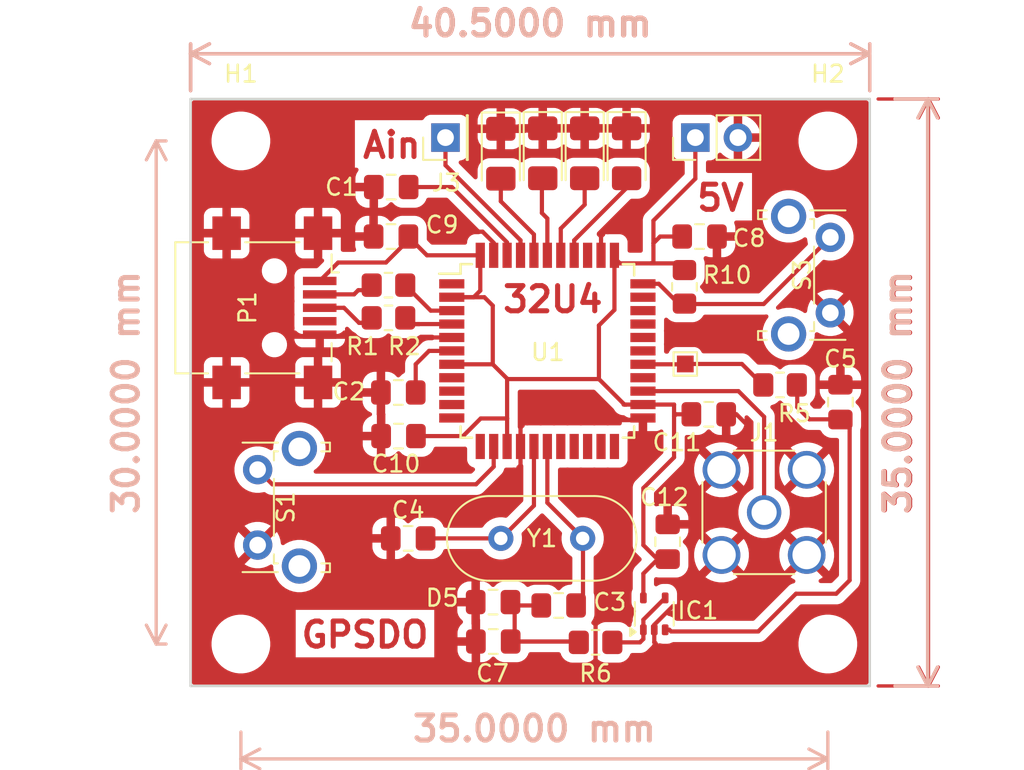
<source format=kicad_pcb>
(kicad_pcb (version 20241229) (generator "pcbnew") (generator_version "9.0")
  (title_block (title "Atmega32U4 GPS") (date "2025-04-06") (rev "v1") (company "L3 EEA"))
  (layers (0 "F.Cu" signal) (2 "B.Cu" signal) (13 "F.Paste" user) (15 "B.Paste" user) (5 "F.SilkS" user "F.Silkscreen") (7 "B.SilkS" user "B.Silkscreen") (1 "F.Mask" user) (3 "B.Mask" user) (25 "Edge.Cuts" user))
  (net 0 "")
  (net 1 "Net-(U1-AREF)")
  (net 2 "GND")
  (net 3 "Net-(U1-UCAP)")
  (net 4 "Net-(D5-K)")
  (net 5 "Net-(U1-XTAL1)")
  (net 6 "Net-(U1-XTAL2)")
  (net 7 "Net-(IC1-+)")
  (net 8 "5v")
  (net 9 "Net-(D7-A)")
  (net 10 "Net-(D8-A)")
  (net 11 "Net-(D9-A)")
  (net 12 "Net-(D10-A)")
  (net 13 "Net-(IC1--)")
  (net 14 "Net-(J1-In)")
  (net 15 "Net-(J3-Pin_1)")
  (net 16 "Net-(P1-D+)")
  (net 17 "Net-(P1-D-)")
  (net 19 "Net-(U1-D+)")
  (net 20 "Net-(U1-D-)")
  (net 21 "Net-(U1-PD7)")
  (net 22 "Net-(S3-A)")
  (net 23 "Net-(S1-B)")
  (footprint "Package_QFP:TQFP-44_10x10mm_P0.8mm" (layer "F.Cu") (at 199.825 123.12)
    (property "Reference" "U1" (at 0.025 0.08 0) (layer "F.SilkS"))
    (property "Value" "ATmega32U4-A")
    (fp_line (start -5.175 -5.175) (end -5.175 -4.6) (stroke (width 0.15)) (layer "F.SilkS"))
    (fp_line (start -5.175 -5.175) (end -4.5 -5.175) (stroke (width 0.15)) (layer "F.SilkS"))
    (fp_line (start -5.175 -4.6) (end -6.45 -4.6) (stroke (width 0.15)) (layer "F.SilkS"))
    (fp_line (start -5.175 5.175) (end -5.175 4.5) (stroke (width 0.15)) (layer "F.SilkS"))
    (fp_line (start -5.175 5.175) (end -4.5 5.175) (stroke (width 0.15)) (layer "F.SilkS"))
    (fp_line (start 5.175 -5.175) (end 4.5 -5.175) (stroke (width 0.15)) (layer "F.SilkS"))
    (fp_line (start 5.175 -5.175) (end 5.175 -4.5) (stroke (width 0.15)) (layer "F.SilkS"))
    (fp_line (start 5.175 5.175) (end 4.5 5.175) (stroke (width 0.15)) (layer "F.SilkS"))
    (fp_line (start 5.175 5.175) (end 5.175 4.5) (stroke (width 0.15)) (layer "F.SilkS"))
    (pad "1" smd rect (at -5.7 -4) (size 1.5 0.55) (layers "F.Cu" "F.Mask" "F.Paste"))
    (pad "2" smd rect (at -5.7 -3.2) (size 1.5 0.55) (layers "F.Cu" "F.Mask" "F.Paste") (net 8 "5v"))
    (pad "3" smd rect (at -5.7 -2.4) (size 1.5 0.55) (layers "F.Cu" "F.Mask" "F.Paste") (net 20 "Net-(U1-D-)"))
    (pad "4" smd rect (at -5.7 -1.6) (size 1.5 0.55) (layers "F.Cu" "F.Mask" "F.Paste") (net 19 "Net-(U1-D+)"))
    (pad "5" smd rect (at -5.7 -0.8) (size 1.5 0.55) (layers "F.Cu" "F.Mask" "F.Paste") (net 2 "GND"))
    (pad "6" smd rect (at -5.7 0) (size 1.5 0.55) (layers "F.Cu" "F.Mask" "F.Paste") (net 3 "Net-(U1-UCAP)"))
    (pad "7" smd rect (at -5.7 0.8) (size 1.5 0.55) (layers "F.Cu" "F.Mask" "F.Paste") (net 8 "5v"))
    (pad "8" smd rect (at -5.7 1.6) (size 1.5 0.55) (layers "F.Cu" "F.Mask" "F.Paste"))
    (pad "9" smd rect (at -5.7 2.4) (size 1.5 0.55) (layers "F.Cu" "F.Mask" "F.Paste"))
    (pad "10" smd rect (at -5.7 3.2) (size 1.5 0.55) (layers "F.Cu" "F.Mask" "F.Paste"))
    (pad "11" smd rect (at -5.7 4) (size 1.5 0.55) (layers "F.Cu" "F.Mask" "F.Paste"))
    (pad "12" smd rect (at -4 5.7 90) (size 1.5 0.55) (layers "F.Cu" "F.Mask" "F.Paste"))
    (pad "13" smd rect (at -3.2 5.7 90) (size 1.5 0.55) (layers "F.Cu" "F.Mask" "F.Paste") (net 23 "Net-(S1-B)"))
    (pad "14" smd rect (at -2.4 5.7 90) (size 1.5 0.55) (layers "F.Cu" "F.Mask" "F.Paste") (net 8 "5v"))
    (pad "15" smd rect (at -1.6 5.7 90) (size 1.5 0.55) (layers "F.Cu" "F.Mask" "F.Paste") (net 2 "GND"))
    (pad "16" smd rect (at -0.8 5.7 90) (size 1.5 0.55) (layers "F.Cu" "F.Mask" "F.Paste") (net 6 "Net-(U1-XTAL2)"))
    (pad "17" smd rect (at 0 5.7 90) (size 1.5 0.55) (layers "F.Cu" "F.Mask" "F.Paste") (net 5 "Net-(U1-XTAL1)"))
    (pad "18" smd rect (at 0.8 5.7 90) (size 1.5 0.55) (layers "F.Cu" "F.Mask" "F.Paste"))
    (pad "19" smd rect (at 1.6 5.7 90) (size 1.5 0.55) (layers "F.Cu" "F.Mask" "F.Paste"))
    (pad "20" smd rect (at 2.4 5.7 90) (size 1.5 0.55) (layers "F.Cu" "F.Mask" "F.Paste"))
    (pad "21" smd rect (at 3.2 5.7 90) (size 1.5 0.55) (layers "F.Cu" "F.Mask" "F.Paste"))
    (pad "22" smd rect (at 4 5.7 90) (size 1.5 0.55) (layers "F.Cu" "F.Mask" "F.Paste"))
    (pad "23" smd rect (at 5.7 4) (size 1.5 0.55) (layers "F.Cu" "F.Mask" "F.Paste") (net 2 "GND"))
    (pad "24" smd rect (at 5.7 3.2) (size 1.5 0.55) (layers "F.Cu" "F.Mask" "F.Paste") (net 8 "5v"))
    (pad "25" smd rect (at 5.7 2.4) (size 1.5 0.55) (layers "F.Cu" "F.Mask" "F.Paste") (net 14 "Net-(J1-In)"))
    (pad "26" smd rect (at 5.7 1.6) (size 1.5 0.55) (layers "F.Cu" "F.Mask" "F.Paste"))
    (pad "27" smd rect (at 5.7 0.8) (size 1.5 0.55) (layers "F.Cu" "F.Mask" "F.Paste") (net 21 "Net-(U1-PD7)"))
    (pad "28" smd rect (at 5.7 0) (size 1.5 0.55) (layers "F.Cu" "F.Mask" "F.Paste"))
    (pad "29" smd rect (at 5.7 -0.8) (size 1.5 0.55) (layers "F.Cu" "F.Mask" "F.Paste"))
    (pad "30" smd rect (at 5.7 -1.6) (size 1.5 0.55) (layers "F.Cu" "F.Mask" "F.Paste"))
    (pad "31" smd rect (at 5.7 -2.4) (size 1.5 0.55) (layers "F.Cu" "F.Mask" "F.Paste"))
    (pad "32" smd rect (at 5.7 -3.2) (size 1.5 0.55) (layers "F.Cu" "F.Mask" "F.Paste"))
    (pad "33" smd rect (at 5.7 -4) (size 1.5 0.55) (layers "F.Cu" "F.Mask" "F.Paste") (net 22 "Net-(S3-A)"))
    (pad "34" smd rect (at 4 -5.7 90) (size 1.5 0.55) (layers "F.Cu" "F.Mask" "F.Paste") (net 8 "5v"))
    (pad "35" smd rect (at 3.2 -5.7 90) (size 1.5 0.55) (layers "F.Cu" "F.Mask" "F.Paste") (net 2 "GND"))
    (pad "36" smd rect (at 2.4 -5.7 90) (size 1.5 0.55) (layers "F.Cu" "F.Mask" "F.Paste"))
    (pad "37" smd rect (at 1.6 -5.7 90) (size 1.5 0.55) (layers "F.Cu" "F.Mask" "F.Paste") (net 12 "Net-(D10-A)"))
    (pad "38" smd rect (at 0.8 -5.7 90) (size 1.5 0.55) (layers "F.Cu" "F.Mask" "F.Paste") (net 11 "Net-(D9-A)"))
    (pad "39" smd rect (at 0 -5.7 90) (size 1.5 0.55) (layers "F.Cu" "F.Mask" "F.Paste") (net 10 "Net-(D8-A)"))
    (pad "40" smd rect (at -0.8 -5.7 90) (size 1.5 0.55) (layers "F.Cu" "F.Mask" "F.Paste") (net 9 "Net-(D7-A)"))
    (pad "41" smd rect (at -1.6 -5.7 90) (size 1.5 0.55) (layers "F.Cu" "F.Mask" "F.Paste") (net 15 "Net-(J3-Pin_1)"))
    (pad "42" smd rect (at -2.4 -5.7 90) (size 1.5 0.55) (layers "F.Cu" "F.Mask" "F.Paste") (net 1 "Net-(U1-AREF)"))
    (pad "43" smd rect (at -3.2 -5.7 90) (size 1.5 0.55) (layers "F.Cu" "F.Mask" "F.Paste") (net 2 "GND"))
    (pad "44" smd rect (at -4 -5.7 90) (size 1.5 0.55) (layers "F.Cu" "F.Mask" "F.Paste") (net 8 "5v"))
  )
  (footprint "Capacitor_SMD:C_0805_2012Metric_Pad1.18x1.45mm_HandSolder" (layer "F.Cu") (at 190.5125 113.35 180)
    (property "Reference" "C1" (at 2.9625 0 180) (layer "F.SilkS"))
    (property "Value" "1u" (hide yes))
    (fp_line (start -0.261252 0.735) (end 0.261252 0.735) (stroke (width 0.12)) (layer "F.SilkS"))
    (fp_line (start -0.261252 -0.735) (end 0.261252 -0.735) (stroke (width 0.12)) (layer "F.SilkS"))
    (pad "1" smd roundrect (at -1.0375 0 180) (size 1.175 1.45) (layers "F.Cu" "F.Mask" "F.Paste") (roundrect_rratio 0.2127659574) (net 1 "Net-(U1-AREF)"))
    (pad "2" smd roundrect (at 1.0375 0 180) (size 1.175 1.45) (layers "F.Cu" "F.Mask" "F.Paste") (roundrect_rratio 0.2127659574) (net 2 "GND"))
  )
  (footprint "Capacitor_SMD:C_0805_2012Metric_Pad1.18x1.45mm_HandSolder" (layer "F.Cu") (at 190.9375 125.6 180)
    (property "Reference" "C2" (at 2.95 0.05 180) (layer "F.SilkS"))
    (property "Value" "1u" (hide yes))
    (fp_line (start -0.261252 0.735) (end 0.261252 0.735) (stroke (width 0.12)) (layer "F.SilkS"))
    (fp_line (start -0.261252 -0.735) (end 0.261252 -0.735) (stroke (width 0.12)) (layer "F.SilkS"))
    (pad "1" smd roundrect (at -1.0375 0 180) (size 1.175 1.45) (layers "F.Cu" "F.Mask" "F.Paste") (roundrect_rratio 0.2127659574) (net 3 "Net-(U1-UCAP)"))
    (pad "2" smd roundrect (at 1.0375 0 180) (size 1.175 1.45) (layers "F.Cu" "F.Mask" "F.Paste") (roundrect_rratio 0.2127659574) (net 2 "GND"))
  )
  (footprint "Capacitor_SMD:C_0805_2012Metric_Pad1.18x1.45mm_HandSolder" (layer "F.Cu") (at 200.5 138.3)
    (property "Reference" "C3" (at 3.05 -0.2 0) (layer "F.SilkS"))
    (property "Value" "1n" (hide yes))
    (fp_line (start -0.261252 -0.735) (end 0.261252 -0.735) (stroke (width 0.12)) (layer "F.SilkS"))
    (fp_line (start -0.261252 0.735) (end 0.261252 0.735) (stroke (width 0.12)) (layer "F.SilkS"))
    (pad "1" smd roundrect (at -1.0375 0) (size 1.175 1.45) (layers "F.Cu" "F.Mask" "F.Paste") (roundrect_rratio 0.2127659574) (net 4 "Net-(D5-K)"))
    (pad "2" smd roundrect (at 1.0375 0) (size 1.175 1.45) (layers "F.Cu" "F.Mask" "F.Paste") (roundrect_rratio 0.2127659574) (net 5 "Net-(U1-XTAL1)"))
  )
  (footprint "Capacitor_SMD:C_0805_2012Metric_Pad1.18x1.45mm_HandSolder" (layer "F.Cu") (at 191.525 134.3)
    (property "Reference" "C4" (at 0 -1.68 0) (layer "F.SilkS"))
    (property "Value" "12p" (hide yes))
    (fp_line (start -0.261252 -0.735) (end 0.261252 -0.735) (stroke (width 0.12)) (layer "F.SilkS"))
    (fp_line (start -0.261252 0.735) (end 0.261252 0.735) (stroke (width 0.12)) (layer "F.SilkS"))
    (pad "1" smd roundrect (at -1.0375 0) (size 1.175 1.45) (layers "F.Cu" "F.Mask" "F.Paste") (roundrect_rratio 0.2127659574) (net 2 "GND"))
    (pad "2" smd roundrect (at 1.0375 0) (size 1.175 1.45) (layers "F.Cu" "F.Mask" "F.Paste") (roundrect_rratio 0.2127659574) (net 6 "Net-(U1-XTAL2)"))
  )
  (footprint "Capacitor_SMD:C_0805_2012Metric_Pad1.18x1.45mm_HandSolder" (layer "F.Cu") (at 217.3 126.175 -90)
    (property "Reference" "C5" (at -2.575 0 0) (layer "F.SilkS"))
    (property "Value" "C" (hide yes))
    (fp_line (start -0.261252 0.735) (end 0.261252 0.735) (stroke (width 0.12)) (layer "F.SilkS"))
    (fp_line (start -0.261252 -0.735) (end 0.261252 -0.735) (stroke (width 0.12)) (layer "F.SilkS"))
    (pad "1" smd roundrect (at -1.0375 0 270) (size 1.175 1.45) (layers "F.Cu" "F.Mask" "F.Paste") (roundrect_rratio 0.2127659574) (net 2 "GND"))
    (pad "2" smd roundrect (at 1.0375 0 270) (size 1.175 1.45) (layers "F.Cu" "F.Mask" "F.Paste") (roundrect_rratio 0.2127659574) (net 7 "Net-(IC1-+)"))
  )
  (footprint "Capacitor_SMD:C_0805_2012Metric_Pad1.18x1.45mm_HandSolder" (layer "F.Cu") (at 196.6 140.45 180)
    (property "Reference" "C7" (at 0.05 -1.9 0) (layer "F.SilkS"))
    (property "Value" "12p" (hide yes))
    (fp_line (start -0.261252 0.735) (end 0.261252 0.735) (stroke (width 0.12)) (layer "F.SilkS"))
    (fp_line (start -0.261252 -0.735) (end 0.261252 -0.735) (stroke (width 0.12)) (layer "F.SilkS"))
    (pad "1" smd roundrect (at -1.0375 0 180) (size 1.175 1.45) (layers "F.Cu" "F.Mask" "F.Paste") (roundrect_rratio 0.2127659574) (net 4 "Net-(D5-K)"))
    (pad "2" smd roundrect (at 1.0375 0 180) (size 1.175 1.45) (layers "F.Cu" "F.Mask" "F.Paste") (roundrect_rratio 0.2127659574) (net 2 "GND"))
  )
  (footprint "Capacitor_SMD:C_0805_2012Metric_Pad1.18x1.45mm_HandSolder" (layer "F.Cu") (at 190.5 116.3)
    (property "Reference" "C9" (at 3.05 -0.7 0) (layer "F.SilkS"))
    (property "Value" "100n" (hide yes))
    (fp_line (start -0.261252 -0.735) (end 0.261252 -0.735) (stroke (width 0.12)) (layer "F.SilkS"))
    (fp_line (start -0.261252 0.735) (end 0.261252 0.735) (stroke (width 0.12)) (layer "F.SilkS"))
    (pad "1" smd roundrect (at -1.0375 0) (size 1.175 1.45) (layers "F.Cu" "F.Mask" "F.Paste") (roundrect_rratio 0.2127659574) (net 2 "GND"))
    (pad "2" smd roundrect (at 1.0375 0) (size 1.175 1.45) (layers "F.Cu" "F.Mask" "F.Paste") (roundrect_rratio 0.2127659574) (net 8 "5v"))
  )
  (footprint "Capacitor_SMD:C_0805_2012Metric_Pad1.18x1.45mm_HandSolder" (layer "F.Cu") (at 190.95 128.2)
    (property "Reference" "C10" (at -0.15 1.65 0) (layer "F.SilkS"))
    (property "Value" "100n" (hide yes))
    (fp_line (start -0.261252 -0.735) (end 0.261252 -0.735) (stroke (width 0.12)) (layer "F.SilkS"))
    (fp_line (start -0.261252 0.735) (end 0.261252 0.735) (stroke (width 0.12)) (layer "F.SilkS"))
    (pad "1" smd roundrect (at -1.0375 0) (size 1.175 1.45) (layers "F.Cu" "F.Mask" "F.Paste") (roundrect_rratio 0.2127659574) (net 2 "GND"))
    (pad "2" smd roundrect (at 1.0375 0) (size 1.175 1.45) (layers "F.Cu" "F.Mask" "F.Paste") (roundrect_rratio 0.2127659574) (net 8 "5v"))
  )
  (footprint "Capacitor_SMD:C_0805_2012Metric_Pad1.18x1.45mm_HandSolder" (layer "F.Cu") (at 209.45 126.9 180)
    (property "Reference" "C11" (at 1.9 -1.68 180) (layer "F.SilkS"))
    (property "Value" "100n" (hide yes))
    (fp_line (start -0.261252 0.735) (end 0.261252 0.735) (stroke (width 0.12)) (layer "F.SilkS"))
    (fp_line (start -0.261252 -0.735) (end 0.261252 -0.735) (stroke (width 0.12)) (layer "F.SilkS"))
    (pad "1" smd roundrect (at -1.0375 0 180) (size 1.175 1.45) (layers "F.Cu" "F.Mask" "F.Paste") (roundrect_rratio 0.2127659574) (net 2 "GND"))
    (pad "2" smd roundrect (at 1.0375 0 180) (size 1.175 1.45) (layers "F.Cu" "F.Mask" "F.Paste") (roundrect_rratio 0.2127659574) (net 8 "5v"))
  )
  (footprint "Capacitor_SMD:C_0805_2012Metric_Pad1.18x1.45mm_HandSolder" (layer "F.Cu") (at 207 134.5 -90)
    (property "Reference" "C12" (at -2.65 0.2 180) (layer "F.SilkS"))
    (property "Value" "100n" (hide yes))
    (fp_line (start -0.261252 0.735) (end 0.261252 0.735) (stroke (width 0.12)) (layer "F.SilkS"))
    (fp_line (start -0.261252 -0.735) (end 0.261252 -0.735) (stroke (width 0.12)) (layer "F.SilkS"))
    (pad "1" smd roundrect (at -1.0375 0 270) (size 1.175 1.45) (layers "F.Cu" "F.Mask" "F.Paste") (roundrect_rratio 0.2127659574) (net 2 "GND"))
    (pad "2" smd roundrect (at 1.0375 0 270) (size 1.175 1.45) (layers "F.Cu" "F.Mask" "F.Paste") (roundrect_rratio 0.2127659574) (net 8 "5v"))
  )
  (footprint "Connector_USB:USB_Mini-B_Lumberg_2486_01_Horizontal" (layer "F.Cu") (at 183.55 120.55 -90)
    (property "Reference" "P1" (at 0 1.6 90) (layer "F.SilkS"))
    (property "Value" "USB_B_Mini")
    (fp_line (start -3.91 5.91) (end -3.91 3.96) (stroke (width 0.12)) (layer "F.SilkS"))
    (fp_line (start 3.91 5.91) (end -3.91 5.91) (stroke (width 0.12)) (layer "F.SilkS"))
    (fp_line (start 3.91 5.91) (end 3.91 3.96) (stroke (width 0.12)) (layer "F.SilkS"))
    (fp_line (start -3.91 1.74) (end -3.91 -1.49) (stroke (width 0.12)) (layer "F.SilkS"))
    (fp_line (start 3.91 1.74) (end 3.91 -1.49) (stroke (width 0.12)) (layer "F.SilkS"))
    (fp_line (start -3.19 -3.41) (end -2.11 -3.41) (stroke (width 0.12)) (layer "F.SilkS"))
    (fp_line (start -2.11 -3.41) (end -2.11 -3.84) (stroke (width 0.12)) (layer "F.SilkS"))
    (fp_line (start 2.11 -3.41) (end 3.19 -3.41) (stroke (width 0.12)) (layer "F.SilkS"))
    (pad "" np_thru_hole circle (at -2.2 0 270) (size 1 1) (drill 1) (layers "*.Cu" "*.Mask"))
    (pad "" np_thru_hole circle (at 2.2 0 270) (size 1 1) (drill 1) (layers "*.Cu" "*.Mask"))
    (pad "1" smd rect (at -1.6 -2.7 270) (size 0.5 2) (layers "F.Cu" "F.Mask" "F.Paste") (net 8 "5v"))
    (pad "2" smd rect (at -0.8 -2.7 270) (size 0.5 2) (layers "F.Cu" "F.Mask" "F.Paste") (net 17 "Net-(P1-D-)"))
    (pad "3" smd rect (at 0 -2.7 270) (size 0.5 2) (layers "F.Cu" "F.Mask" "F.Paste") (net 16 "Net-(P1-D+)"))
    (pad "4" smd rect (at 0.8 -2.7 270) (size 0.5 2) (layers "F.Cu" "F.Mask" "F.Paste"))
    (pad "5" smd rect (at 1.6 -2.7 270) (size 0.5 2) (layers "F.Cu" "F.Mask" "F.Paste") (net 2 "GND"))
    (pad "6" smd rect (at -4.45 -2.6 270) (size 2 1.7) (layers "F.Cu" "F.Mask" "F.Paste") (net 2 "GND"))
    (pad "6" smd rect (at -4.45 2.85 270) (size 2 1.7) (layers "F.Cu" "F.Mask" "F.Paste") (net 2 "GND"))
    (pad "6" smd rect (at 4.45 -2.6 270) (size 2 1.7) (layers "F.Cu" "F.Mask" "F.Paste") (net 2 "GND"))
    (pad "6" smd rect (at 4.45 2.85 270) (size 2 1.7) (layers "F.Cu" "F.Mask" "F.Paste") (net 2 "GND"))
  )
  (footprint "Resistor_SMD:R_0805_2012Metric_Pad1.20x1.40mm_HandSolder" (layer "F.Cu") (at 190.35 121.15)
    (property "Reference" "R1" (at -1.55 1.7 0) (layer "F.SilkS"))
    (property "Value" "22" (hide yes))
    (fp_line (start -0.227064 -0.735) (end 0.227064 -0.735) (stroke (width 0.12)) (layer "F.SilkS"))
    (fp_line (start -0.227064 0.735) (end 0.227064 0.735) (stroke (width 0.12)) (layer "F.SilkS"))
    (pad "1" smd roundrect (at -1 0) (size 1.2 1.4) (layers "F.Cu" "F.Mask" "F.Paste") (roundrect_rratio 0.208333) (net 16 "Net-(P1-D+)"))
    (pad "2" smd roundrect (at 1 0) (size 1.2 1.4) (layers "F.Cu" "F.Mask" "F.Paste") (roundrect_rratio 0.208333) (net 19 "Net-(U1-D+)"))
  )
  (footprint "Resistor_SMD:R_0805_2012Metric_Pad1.20x1.40mm_HandSolder" (layer "F.Cu") (at 190.35 119.2)
    (property "Reference" "R2" (at 0.95 3.65 0) (layer "F.SilkS"))
    (property "Value" "22" (hide yes))
    (fp_line (start -0.227064 -0.735) (end 0.227064 -0.735) (stroke (width 0.12)) (layer "F.SilkS"))
    (fp_line (start -0.227064 0.735) (end 0.227064 0.735) (stroke (width 0.12)) (layer "F.SilkS"))
    (pad "1" smd roundrect (at -1 0) (size 1.2 1.4) (layers "F.Cu" "F.Mask" "F.Paste") (roundrect_rratio 0.208333) (net 17 "Net-(P1-D-)"))
    (pad "2" smd roundrect (at 1 0) (size 1.2 1.4) (layers "F.Cu" "F.Mask" "F.Paste") (roundrect_rratio 0.208333) (net 20 "Net-(U1-D-)"))
  )
  (footprint "Resistor_SMD:R_0805_2012Metric_Pad1.20x1.40mm_HandSolder" (layer "F.Cu") (at 213.7 125.15 180)
    (property "Reference" "R5" (at -0.85 -1.7 180) (layer "F.SilkS"))
    (property "Value" "5600" (hide yes))
    (fp_line (start -0.227064 0.735) (end 0.227064 0.735) (stroke (width 0.12)) (layer "F.SilkS"))
    (fp_line (start -0.227064 -0.735) (end 0.227064 -0.735) (stroke (width 0.12)) (layer "F.SilkS"))
    (pad "1" smd roundrect (at -1 0 180) (size 1.2 1.4) (layers "F.Cu" "F.Mask" "F.Paste") (roundrect_rratio 0.208333) (net 7 "Net-(IC1-+)"))
    (pad "2" smd roundrect (at 1 0 180) (size 1.2 1.4) (layers "F.Cu" "F.Mask" "F.Paste") (roundrect_rratio 0.208333) (net 21 "Net-(U1-PD7)"))
  )
  (footprint "Resistor_SMD:R_0805_2012Metric_Pad1.20x1.40mm_HandSolder" (layer "F.Cu") (at 202.7 140.5 180)
    (property "Reference" "R6" (at 0 -1.85 0) (layer "F.SilkS"))
    (property "Value" "R" (hide yes))
    (fp_line (start -0.227064 0.735) (end 0.227064 0.735) (stroke (width 0.12)) (layer "F.SilkS"))
    (fp_line (start -0.227064 -0.735) (end 0.227064 -0.735) (stroke (width 0.12)) (layer "F.SilkS"))
    (pad "1" smd roundrect (at -1 0 180) (size 1.2 1.4) (layers "F.Cu" "F.Mask" "F.Paste") (roundrect_rratio 0.208333) (net 13 "Net-(IC1--)"))
    (pad "2" smd roundrect (at 1 0 180) (size 1.2 1.4) (layers "F.Cu" "F.Mask" "F.Paste") (roundrect_rratio 0.208333) (net 4 "Net-(D5-K)"))
  )
  (footprint "Resistor_SMD:R_0805_2012Metric_Pad1.20x1.40mm_HandSolder" (layer "F.Cu") (at 208 119.3 -90)
    (property "Reference" "R10" (at -0.7 -2.55 180) (layer "F.SilkS"))
    (property "Value" "5600" (hide yes))
    (fp_line (start -0.227064 0.735) (end 0.227064 0.735) (stroke (width 0.12)) (layer "F.SilkS"))
    (fp_line (start -0.227064 -0.735) (end 0.227064 -0.735) (stroke (width 0.12)) (layer "F.SilkS"))
    (pad "1" smd roundrect (at -1 0 270) (size 1.2 1.4) (layers "F.Cu" "F.Mask" "F.Paste") (roundrect_rratio 0.208333) (net 8 "5v"))
    (pad "2" smd roundrect (at 1 0 270) (size 1.2 1.4) (layers "F.Cu" "F.Mask" "F.Paste") (roundrect_rratio 0.208333) (net 22 "Net-(S3-A)"))
  )
  (footprint "Button_Switch_THT:SW_Tactile_SPST_Angled_PTS645Vx39-2LFS" (layer "F.Cu") (at 182.55 134.7 90)
    (property "Reference" "S1" (at 2.25 1.68 90) (layer "F.SilkS"))
    (property "Value" "SW_SPST")
    (fp_line (start 6.11 -0.9) (end 6.11 1.2) (stroke (width 0.12)) (layer "F.SilkS"))
    (fp_line (start -1.61 -0.9) (end -1.61 1.2) (stroke (width 0.12)) (layer "F.SilkS"))
    (fp_line (start 5.59 0.97) (end 5.59 1.2) (stroke (width 0.12)) (layer "F.SilkS"))
    (fp_line (start 5.05 0.97) (end 5.59 0.97) (stroke (width 0.12)) (layer "F.SilkS"))
    (fp_line (start 0.55 0.97) (end 3.95 0.97) (stroke (width 0.12)) (layer "F.SilkS"))
    (fp_line (start -1.09 0.97) (end -0.55 0.97) (stroke (width 0.12)) (layer "F.SilkS"))
    (fp_line (start -1.09 0.97) (end -1.09 1.2) (stroke (width 0.12)) (layer "F.SilkS"))
    (fp_line (start 6.11 3.8) (end 6.11 4.31) (stroke (width 0.12)) (layer "F.SilkS"))
    (fp_line (start 5.59 3.8) (end 5.59 4.31) (stroke (width 0.12)) (layer "F.SilkS"))
    (fp_line (start -1.09 3.8) (end -1.09 4.31) (stroke (width 0.12)) (layer "F.SilkS"))
    (fp_line (start -1.61 3.8) (end -1.61 4.31) (stroke (width 0.12)) (layer "F.SilkS"))
    (fp_line (start 5.59 4.31) (end 6.11 4.31) (stroke (width 0.12)) (layer "F.SilkS"))
    (fp_line (start -1.61 4.31) (end -1.09 4.31) (stroke (width 0.12)) (layer "F.SilkS"))
    (pad "" thru_hole circle (at -1.25 2.49 90) (size 2.1 2.1) (drill 1.3) (layers "*.Cu" "*.Mask"))
    (pad "" thru_hole circle (at 5.76 2.49 90) (size 2.1 2.1) (drill 1.3) (layers "*.Cu" "*.Mask"))
    (pad "1" thru_hole circle (at 0 0 90) (size 1.75 1.75) (drill 0.99) (layers "*.Cu" "*.Mask") (net 2 "GND"))
    (pad "2" thru_hole circle (at 4.5 0 90) (size 1.75 1.75) (drill 0.99) (layers "*.Cu" "*.Mask") (net 23 "Net-(S1-B)"))
  )
  (footprint "Package_TO_SOT_SMD:SOT-353_SC-70-5" (layer "F.Cu") (at 206.2 138.8 90)
    (property "Reference" "IC1" (at 0.2 2.6 180) (layer "F.SilkS"))
    (property "Value" "AD8541" (hide yes))
    (fp_line (start -0.71 -1.16) (end 0.7 -1.16) (stroke (width 0.12)) (layer "F.SilkS"))
    (fp_line (start -0.7 1.16) (end 0.7 1.16) (stroke (width 0.12)) (layer "F.SilkS"))
    (fp_poly (pts (xy -1.08 -1.11) (xy -1.32 -1.44) (xy -0.84 -1.44) (xy -1.08 -1.11)) (stroke (width 0.12)) (fill yes) (layer "F.SilkS"))
    (pad "1" smd roundrect (at -0.95 -0.65 90) (size 0.65 0.4) (layers "F.Cu" "F.Mask" "F.Paste") (net 13 "Net-(IC1--)"))
    (pad "2" smd roundrect (at -0.95 0 90) (size 0.65 0.4) (layers "F.Cu" "F.Mask" "F.Paste") (net 2 "GND"))
    (pad "3" smd roundrect (at -0.95 0.65 90) (size 0.65 0.4) (layers "F.Cu" "F.Mask" "F.Paste") (net 7 "Net-(IC1-+)"))
    (pad "4" smd roundrect (at 0.95 0.65 90) (size 0.65 0.4) (layers "F.Cu" "F.Mask" "F.Paste") (net 13 "Net-(IC1--)"))
    (pad "5" smd roundrect (at 0.95 -0.65 90) (size 0.65 0.4) (layers "F.Cu" "F.Mask" "F.Paste") (net 8 "5v"))
  )
  (footprint "Crystal:Crystal_HC49-U_Vertical" (layer "F.Cu") (at 197.05 134.3)
    (property "Reference" "Y1" (at 2.45 0 0) (layer "F.SilkS"))
    (property "Value" "16M" (hide yes))
    (fp_line (start -0.685 -2.525) (end 5.565 -2.525) (stroke (width 0.12)) (layer "F.SilkS"))
    (fp_line (start -0.685 2.525) (end 5.565 2.525) (stroke (width 0.12)) (layer "F.SilkS"))
    (fp_arc (start -0.685 2.525) (mid -3.21 0) (end -0.685 -2.525) (stroke (width 0.12)) (layer "F.SilkS"))
    (fp_arc (start 5.565 -2.525) (mid 8.09 0) (end 5.565 2.525) (stroke (width 0.12)) (layer "F.SilkS"))
    (pad "1" thru_hole circle (at 0 0) (size 1.5 1.5) (drill 0.8) (layers "*.Cu" "*.Mask") (net 6 "Net-(U1-XTAL2)"))
    (pad "2" thru_hole circle (at 4.88 0) (size 1.5 1.5) (drill 0.8) (layers "*.Cu" "*.Mask") (net 5 "Net-(U1-XTAL1)"))
  )
  (footprint "Connector_Coaxial:SMA_Amphenol_132134_Vertical" (layer "F.Cu") (at 212.75 132.75)
    (property "Reference" "J1" (at 0 -4.75 0) (layer "F.SilkS"))
    (property "Value" "Conn_Coaxial" (hide yes))
    (fp_line (start -3.68 -1.8) (end -3.68 1.8) (stroke (width 0.12)) (layer "F.SilkS"))
    (fp_line (start -1.8 -3.68) (end 1.8 -3.68) (stroke (width 0.12)) (layer "F.SilkS"))
    (fp_line (start -1.8 3.68) (end 1.8 3.68) (stroke (width 0.12)) (layer "F.SilkS"))
    (fp_line (start 3.68 -1.8) (end 3.68 1.8) (stroke (width 0.12)) (layer "F.SilkS"))
    (pad "1" thru_hole circle (at 0 0) (size 2.05 2.05) (drill 1.5) (layers "*.Cu" "*.Mask") (net 14 "Net-(J1-In)"))
    (pad "2" thru_hole circle (at -2.54 -2.54) (size 2.25 2.25) (drill 1.7) (layers "*.Cu" "*.Mask") (net 2 "GND"))
    (pad "2" thru_hole circle (at -2.54 2.54) (size 2.25 2.25) (drill 1.7) (layers "*.Cu" "*.Mask") (net 2 "GND"))
    (pad "2" thru_hole circle (at 2.54 -2.54) (size 2.25 2.25) (drill 1.7) (layers "*.Cu" "*.Mask") (net 2 "GND"))
    (pad "2" thru_hole circle (at 2.54 2.54) (size 2.25 2.25) (drill 1.7) (layers "*.Cu" "*.Mask") (net 2 "GND"))
  )
  (footprint "Connector_PinHeader_2.54mm:PinHeader_1x02_P2.54mm_Vertical" (layer "F.Cu") (at 208.65 110.4 90)
    (property "Reference" "J2" (hide yes))
    (property "Value" "Conn_01x02_Pin" (hide yes))
    (fp_line (start -1.33 -1.33) (end 0 -1.33) (stroke (width 0.12)) (layer "F.SilkS"))
    (fp_line (start -1.33 0) (end -1.33 -1.33) (stroke (width 0.12)) (layer "F.SilkS"))
    (fp_line (start 1.33 1.27) (end 1.33 3.87) (stroke (width 0.12)) (layer "F.SilkS"))
    (fp_line (start -1.33 1.27) (end 1.33 1.27) (stroke (width 0.12)) (layer "F.SilkS"))
    (fp_line (start -1.33 1.27) (end -1.33 3.87) (stroke (width 0.12)) (layer "F.SilkS"))
    (fp_line (start -1.33 3.87) (end 1.33 3.87) (stroke (width 0.12)) (layer "F.SilkS"))
    (pad "1" thru_hole rect (at 0 0 90) (size 1.7 1.7) (drill 1) (layers "*.Cu" "*.Mask") (net 8 "5v"))
    (pad "2" thru_hole oval (at 0 2.54 90) (size 1.7 1.7) (drill 1) (layers "*.Cu" "*.Mask") (net 2 "GND"))
  )
  (footprint "Capacitor_SMD:C_0805_2012Metric_Pad1.18x1.45mm_HandSolder" (layer "F.Cu") (at 208.9 116.3 180)
    (property "Reference" "C8" (at -2.95 -0.1 0) (layer "F.SilkS"))
    (property "Value" "100n" (hide yes))
    (fp_line (start -0.261252 0.735) (end 0.261252 0.735) (stroke (width 0.12)) (layer "F.SilkS"))
    (fp_line (start -0.261252 -0.735) (end 0.261252 -0.735) (stroke (width 0.12)) (layer "F.SilkS"))
    (pad "1" smd roundrect (at -1.0375 0 180) (size 1.175 1.45) (layers "F.Cu" "F.Mask" "F.Paste") (roundrect_rratio 0.2127659574) (net 2 "GND"))
    (pad "2" smd roundrect (at 1.0375 0 180) (size 1.175 1.45) (layers "F.Cu" "F.Mask" "F.Paste") (roundrect_rratio 0.2127659574) (net 8 "5v"))
  )
  (footprint "MountingHole:MountingHole_3mm" (layer "F.Cu") (at 181.55 140.6)
    (property "Reference" "H3" (hide yes))
    (property "Value" "MountingHole")
    (pad "" np_thru_hole circle (at 0 0) (size 3 3) (drill 3) (layers "*.Cu" "*.Mask"))
  )
  (footprint "MountingHole:MountingHole_3mm" (layer "F.Cu") (at 216.55 110.6)
    (property "Reference" "H2" (at 0 -4 0) (layer "F.SilkS"))
    (property "Value" "MountingHole")
    (pad "" np_thru_hole circle (at 0 0) (size 3 3) (drill 3) (layers "*.Cu" "*.Mask"))
  )
  (footprint "LED_SMD:LED_1206_3216Metric_Pad1.42x1.75mm_HandSolder" (layer "F.Cu") (at 204.55 111.3375 -90)
    (property "Reference" "D10" (hide yes))
    (property "Value" "LED" (hide yes))
    (fp_line (start -2.46 1.135) (end 1.6 1.135) (stroke (width 0.12)) (layer "F.SilkS"))
    (fp_line (start -2.46 -1.135) (end -2.46 1.135) (stroke (width 0.12)) (layer "F.SilkS"))
    (fp_line (start 1.6 -1.135) (end -2.46 -1.135) (stroke (width 0.12)) (layer "F.SilkS"))
    (pad "1" smd roundrect (at -1.4875 0 270) (size 1.425 1.75) (layers "F.Cu" "F.Mask" "F.Paste") (roundrect_rratio 0.175439) (net 2 "GND"))
    (pad "2" smd roundrect (at 1.4875 0 270) (size 1.425 1.75) (layers "F.Cu" "F.Mask" "F.Paste") (roundrect_rratio 0.175439) (net 12 "Net-(D10-A)"))
  )
  (footprint "Button_Switch_THT:SW_Tactile_SPST_Angled_PTS645Vx39-2LFS" (layer "F.Cu") (at 216.7 116.35 -90)
    (property "Reference" "S3" (at 2.25 1.68 90) (layer "F.SilkS"))
    (property "Value" "SW_SPST")
    (fp_line (start -1.61 4.31) (end -1.09 4.31) (stroke (width 0.12)) (layer "F.SilkS"))
    (fp_line (start 5.59 4.31) (end 6.11 4.31) (stroke (width 0.12)) (layer "F.SilkS"))
    (fp_line (start -1.61 3.8) (end -1.61 4.31) (stroke (width 0.12)) (layer "F.SilkS"))
    (fp_line (start -1.09 3.8) (end -1.09 4.31) (stroke (width 0.12)) (layer "F.SilkS"))
    (fp_line (start 5.59 3.8) (end 5.59 4.31) (stroke (width 0.12)) (layer "F.SilkS"))
    (fp_line (start 6.11 3.8) (end 6.11 4.31) (stroke (width 0.12)) (layer "F.SilkS"))
    (fp_line (start -1.09 0.97) (end -1.09 1.2) (stroke (width 0.12)) (layer "F.SilkS"))
    (fp_line (start -1.09 0.97) (end -0.55 0.97) (stroke (width 0.12)) (layer "F.SilkS"))
    (fp_line (start 0.55 0.97) (end 3.95 0.97) (stroke (width 0.12)) (layer "F.SilkS"))
    (fp_line (start 5.05 0.97) (end 5.59 0.97) (stroke (width 0.12)) (layer "F.SilkS"))
    (fp_line (start 5.59 0.97) (end 5.59 1.2) (stroke (width 0.12)) (layer "F.SilkS"))
    (fp_line (start -1.61 -0.9) (end -1.61 1.2) (stroke (width 0.12)) (layer "F.SilkS"))
    (fp_line (start 6.11 -0.9) (end 6.11 1.2) (stroke (width 0.12)) (layer "F.SilkS"))
    (pad "" thru_hole circle (at -1.25 2.49 270) (size 2.1 2.1) (drill 1.3) (layers "*.Cu" "*.Mask"))
    (pad "" thru_hole circle (at 5.76 2.49 270) (size 2.1 2.1) (drill 1.3) (layers "*.Cu" "*.Mask"))
    (pad "1" thru_hole circle (at 0 0 270) (size 1.75 1.75) (drill 0.99) (layers "*.Cu" "*.Mask") (net 22 "Net-(S3-A)"))
    (pad "2" thru_hole circle (at 4.5 0 270) (size 1.75 1.75) (drill 0.99) (layers "*.Cu" "*.Mask") (net 2 "GND"))
  )
  (footprint "LED_SMD:LED_1206_3216Metric_Pad1.42x1.75mm_HandSolder" (layer "F.Cu") (at 199.55 111.3375 -90)
    (property "Reference" "D8" (hide yes))
    (property "Value" "LED" (hide yes))
    (fp_line (start -2.46 1.135) (end 1.6 1.135) (stroke (width 0.12)) (layer "F.SilkS"))
    (fp_line (start -2.46 -1.135) (end -2.46 1.135) (stroke (width 0.12)) (layer "F.SilkS"))
    (fp_line (start 1.6 -1.135) (end -2.46 -1.135) (stroke (width 0.12)) (layer "F.SilkS"))
    (pad "1" smd roundrect (at -1.4875 0 270) (size 1.425 1.75) (layers "F.Cu" "F.Mask" "F.Paste") (roundrect_rratio 0.175439) (net 2 "GND"))
    (pad "2" smd roundrect (at 1.4875 0 270) (size 1.425 1.75) (layers "F.Cu" "F.Mask" "F.Paste") (roundrect_rratio 0.175439) (net 10 "Net-(D8-A)"))
  )
  (footprint "Connector_PinHeader_2.54mm:PinHeader_1x01_P2.54mm_Vertical" (layer "F.Cu") (at 193.75 110.4 90)
    (property "Reference" "J3" (at -2.7 0.05 180) (layer "F.SilkS"))
    (property "Value" "Conn_01x01_Pin" (hide yes))
    (fp_line (start -1.33 -1.33) (end 0 -1.33) (stroke (width 0.12)) (layer "F.SilkS"))
    (fp_line (start -1.33 0) (end -1.33 -1.33) (stroke (width 0.12)) (layer "F.SilkS"))
    (fp_line (start 1.33 1.27) (end 1.33 1.33) (stroke (width 0.12)) (layer "F.SilkS"))
    (fp_line (start -1.33 1.27) (end 1.33 1.27) (stroke (width 0.12)) (layer "F.SilkS"))
    (fp_line (start -1.33 1.27) (end -1.33 1.33) (stroke (width 0.12)) (layer "F.SilkS"))
    (fp_line (start -1.33 1.33) (end 1.33 1.33) (stroke (width 0.12)) (layer "F.SilkS"))
    (pad "1" thru_hole rect (at 0 0 90) (size 1.7 1.7) (drill 1) (layers "*.Cu" "*.Mask") (net 15 "Net-(J3-Pin_1)"))
  )
  (footprint "Capacitor_SMD:C_0805_2012Metric_Pad1.18x1.45mm_HandSolder" (layer "F.Cu") (at 196.5875 138.1 180)
    (property "Reference" "D5" (at 3.0375 0.25 0) (layer "F.SilkS"))
    (property "Value" "BB833" (hide yes))
    (fp_line (start -0.261252 0.735) (end 0.261252 0.735) (stroke (width 0.12)) (layer "F.SilkS"))
    (fp_line (start -0.261252 -0.735) (end 0.261252 -0.735) (stroke (width 0.12)) (layer "F.SilkS"))
    (pad "1" smd roundrect (at -1.0375 0 180) (size 1.175 1.45) (layers "F.Cu" "F.Mask" "F.Paste") (roundrect_rratio 0.212766) (net 4 "Net-(D5-K)"))
    (pad "2" smd roundrect (at 1.0375 0 180) (size 1.175 1.45) (layers "F.Cu" "F.Mask" "F.Paste") (roundrect_rratio 0.212766) (net 2 "GND"))
  )
  (footprint "MountingHole:MountingHole_3mm" (layer "F.Cu") (at 216.55 140.6)
    (property "Reference" "H4" (hide yes))
    (property "Value" "MountingHole")
    (pad "" np_thru_hole circle (at 0 0) (size 3 3) (drill 3) (layers "*.Cu" "*.Mask"))
  )
  (footprint "LED_SMD:LED_1206_3216Metric_Pad1.42x1.75mm_HandSolder" (layer "F.Cu") (at 202.05 111.3375 -90)
    (property "Reference" "D9" (hide yes))
    (property "Value" "LED" (hide yes))
    (fp_line (start -2.46 1.135) (end 1.6 1.135) (stroke (width 0.12)) (layer "F.SilkS"))
    (fp_line (start -2.46 -1.135) (end -2.46 1.135) (stroke (width 0.12)) (layer "F.SilkS"))
    (fp_line (start 1.6 -1.135) (end -2.46 -1.135) (stroke (width 0.12)) (layer "F.SilkS"))
    (pad "1" smd roundrect (at -1.4875 0 270) (size 1.425 1.75) (layers "F.Cu" "F.Mask" "F.Paste") (roundrect_rratio 0.175439) (net 2 "GND"))
    (pad "2" smd roundrect (at 1.4875 0 270) (size 1.425 1.75) (layers "F.Cu" "F.Mask" "F.Paste") (roundrect_rratio 0.175439) (net 11 "Net-(D9-A)"))
  )
  (footprint "TestPoint:TestPoint_Pad_1.0x1.0mm" (layer "F.Cu") (at 208.05 123.9)
    (property "Reference" "TP1" (hide yes))
    (property "Value" "TestPoint" (hide yes))
    (fp_line (start -0.7 -0.7) (end 0.7 -0.7) (stroke (width 0.12)) (layer "F.SilkS"))
    (fp_line (start -0.7 0.7) (end -0.7 -0.7) (stroke (width 0.12)) (layer "F.SilkS"))
    (fp_line (start 0.7 -0.7) (end 0.7 0.7) (stroke (width 0.12)) (layer "F.SilkS"))
    (fp_line (start 0.7 0.7) (end -0.7 0.7) (stroke (width 0.12)) (layer "F.SilkS"))
    (pad "1" smd rect (at 0 0) (size 1 1) (layers "F.Cu" "F.Mask") (net 21 "Net-(U1-PD7)"))
  )
  (footprint "MountingHole:MountingHole_3mm" (layer "F.Cu") (at 181.55 110.6)
    (property "Reference" "H1" (at 0 -4 0) (layer "F.SilkS"))
    (property "Value" "MountingHole")
    (pad "" np_thru_hole circle (at 0 0) (size 3 3) (drill 3) (layers "*.Cu" "*.Mask"))
  )
  (footprint "LED_SMD:LED_1206_3216Metric_Pad1.42x1.75mm_HandSolder" (layer "F.Cu") (at 197.05 111.3625 -90)
    (property "Reference" "D7" (hide yes))
    (property "Value" "LED" (hide yes))
    (fp_line (start -2.46 1.135) (end 1.6 1.135) (stroke (width 0.12)) (layer "F.SilkS"))
    (fp_line (start -2.46 -1.135) (end -2.46 1.135) (stroke (width 0.12)) (layer "F.SilkS"))
    (fp_line (start 1.6 -1.135) (end -2.46 -1.135) (stroke (width 0.12)) (layer "F.SilkS"))
    (pad "1" smd roundrect (at -1.4875 0 270) (size 1.425 1.75) (layers "F.Cu" "F.Mask" "F.Paste") (roundrect_rratio 0.175439) (net 2 "GND"))
    (pad "2" smd roundrect (at 1.4875 0 270) (size 1.425 1.75) (layers "F.Cu" "F.Mask" "F.Paste") (roundrect_rratio 0.175439) (net 9 "Net-(D7-A)"))
  )
  (gr_line (start 219.05 143.1) (end 219.05 108.1) (stroke (width 0.15)) (layer "Edge.Cuts"))
  (gr_line (start 178.55 143.1) (end 219.05 143.1) (stroke (width 0.15)) (layer "Edge.Cuts"))
  (gr_line (start 178.55 108.1) (end 178.55 143.1) (stroke (width 0.15)) (layer "Edge.Cuts"))
  (gr_line (start 219.05 108.1) (end 178.55 108.1) (stroke (width 0.15)) (layer "Edge.Cuts"))
  (gr_text "GPSDO\n" (at 188.95 140.05 0) (layer "F.Cu") (effects (font (size 1.5 1.5) (thickness 0.3))))
  (gr_text "Ain" (at 190.55 110.85 0) (layer "F.Cu") (effects (font (size 1.5 1.5) (thickness 0.3))))
  (gr_text "32U4" (at 200.15 120.05 0) (layer "F.Cu") (effects (font (size 1.5 1.5) (thickness 0.3))))
  (gr_text "5V" (at 210.15 114 0) (layer "F.Cu") (effects (font (size 1.5 1.5) (thickness 0.3))))
  (dimension (type aligned) (layer "F.Cu") (pts (xy 178.55 108.1) (xy 219.05 108.1)) (height -2.7) (format (prefix "") (suffix "") (units 3) (units_format 1) (precision 4)) (style (thickness 0.2) (arrow_length 1.27) (text_position_mode 0) (arrow_direction outward) (extension_height 0.58642) (extension_offset 0.5) (keep_text_aligned yes)) (gr_text "40.5000 mm" (at 198.8 103.6 0) (layer "F.Cu") (effects (font (size 1.5 1.5) (thickness 0.3)))))
  (dimension (type aligned) (layer "F.Cu") (pts (xy 219.05 108.1) (xy 219.05 143.1)) (height -3.5) (format (prefix "") (suffix "") (units 3) (units_format 1) (precision 4)) (style (thickness 0.2) (arrow_length 1.27) (text_position_mode 0) (arrow_direction outward) (extension_height 0.58642) (extension_offset 0.5) (keep_text_aligned yes)) (gr_text "35.0000 mm" (at 220.75 125.6 90) (layer "F.Cu") (effects (font (size 1.5 1.5) (thickness 0.3)))))
  (dimension (type aligned) (layer "B.SilkS") (pts (xy 220.05 108.1) (xy 220.05 143.1)) (height -2.45) (format (prefix "") (suffix "") (units 3) (units_format 1) (precision 4)) (style (thickness 0.2) (arrow_length 1.27) (text_position_mode 0) (arrow_direction outward) (extension_height 0.58642) (extension_offset 0.5) (keep_text_aligned yes)) (gr_text "35.0000 mm" (at 220.7 125.6 90) (layer "B.SilkS") (effects (font (size 1.5 1.5) (thickness 0.3)))))
  (dimension (type aligned) (layer "B.SilkS") (pts (xy 178.55 108.1) (xy 219.05 108.1)) (height -2.7) (format (prefix "") (suffix "") (units 3) (units_format 1) (precision 4)) (style (thickness 0.2) (arrow_length 1.27) (text_position_mode 0) (arrow_direction outward) (extension_height 0.58642) (extension_offset 0.5) (keep_text_aligned yes)) (gr_text "40.5000 mm" (at 198.8 103.6 0) (layer "B.SilkS") (effects (font (size 1.5 1.5) (thickness 0.3)))))
  (dimension (type aligned) (layer "B.SilkS") (pts (xy 181.55 145.35) (xy 216.55 145.35)) (height 2.1) (format (prefix "") (suffix "") (units 3) (units_format 1) (precision 4)) (style (thickness 0.2) (arrow_length 1.27) (text_position_mode 0) (arrow_direction outward) (extension_height 0.58642) (extension_offset 0.5) (keep_text_aligned yes)) (gr_text "35.0000 mm" (at 199.05 145.65 0) (layer "B.SilkS") (effects (font (size 1.5 1.5) (thickness 0.3)))))
  (dimension (type aligned) (layer "B.SilkS") (pts (xy 176.05 110.6) (xy 176.05 140.6)) (height -0.45) (format (prefix "") (suffix "") (units 3) (units_format 1) (precision 4)) (style (thickness 0.2) (arrow_length 1.27) (text_position_mode 0) (arrow_direction outward) (extension_height 0.58642) (extension_offset 0.5) (keep_text_aligned yes)) (gr_text "30.0000 mm" (at 174.7 125.6 90) (layer "B.SilkS") (effects (font (size 1.5 1.5) (thickness 0.3)))))
  (segment (start 197.425 116.65) (end 194.125 113.35) (width 0.25) (layer "F.Cu") (net 1))
  (segment (start 191.875 113.35) (end 191.475 113.75) (width 0.25) (layer "F.Cu") (net 1))
  (segment (start 194.125 113.35) (end 191.875 113.35) (width 0.25) (layer "F.Cu") (net 1))
  (segment (start 196.6375 116.6875) (end 195.9625 116.0125) (width 0.25) (layer "F.Cu") (net 2))
  (segment (start 203.025 116.225) (end 203.65 115.6) (width 0.25) (layer "F.Cu") (net 2))
  (segment (start 198.225 131.425) (end 197.85 131.8) (width 0.25) (layer "F.Cu") (net 2))
  (segment (start 205.525 127.12) (end 205.67 127.12) (width 0.25) (layer "F.Cu") (net 2))
  (segment (start 207.3 138.35) (end 207.55 138.35) (width 0.25) (layer "F.Cu") (net 2))
  (segment (start 195.9625 116.0125) (end 195.0625 116.0125) (width 0.25) (layer "F.Cu") (net 2))
  (segment (start 203.025 117.42) (end 203.025 116.225) (width 0.25) (layer "F.Cu") (net 2))
  (segment (start 198.225 127.275) (end 198.45 127.05) (width 0.25) (layer "F.Cu") (net 2))
  (segment (start 211.1 126.9) (end 211.8 127.6) (width 0.25) (layer "F.Cu") (net 2))
  (segment (start 198.225 128.82) (end 198.225 131.425) (width 0.25) (layer "F.Cu") (net 2))
  (segment (start 186.25 122.15) (end 187.1 122.15) (width 0.25) (layer "F.Cu") (net 2))
  (segment (start 194.125 122.32) (end 192.33 122.32) (width 0.25) (layer "F.Cu") (net 2))
  (segment (start 198.225 128.82) (end 198.225 127.275) (width 0.25) (layer "F.Cu") (net 2))
  (segment (start 187 122.15) (end 186.25 122.15) (width 0.25) (layer "F.Cu") (net 2))
  (segment (start 206.2 139.45) (end 207.3 138.35) (width 0.25) (layer "F.Cu") (net 2))
  (segment (start 206.3 140.6) (end 206.2 140.5) (width 0.25) (layer "F.Cu") (net 2))
  (segment (start 202.7 139.25) (end 202.7 141.95) (width 0.25) (layer "F.Cu") (net 2))
  (segment (start 203 138.95) (end 202.7 139.25) (width 0.25) (layer "F.Cu") (net 2))
  (segment (start 192.33 122.32) (end 192.2 122.45) (width 0.25) (layer "F.Cu") (net 2))
  (segment (start 206.2 140.5) (end 206.2 139.45) (width 0.25) (layer "F.Cu") (net 2))
  (segment (start 210.4875 126.9) (end 211.1 126.9) (width 0.25) (layer "F.Cu") (net 2))
  (segment (start 191.975 125.6) (end 191.975 123.915) (width 0.25) (layer "F.Cu") (net 3))
  (segment (start 194.125 123.12) (end 192.77 123.12) (width 0.25) (layer "F.Cu") (net 3))
  (segment (start 191.975 123.915) (end 192.77 123.12) (width 0.25) (layer "F.Cu") (net 3))
  (segment (start 201.625 140.45) (end 201.675 140.5) (width 0.25) (layer "F.Cu") (net 4))
  (segment (start 197.875 140.45) (end 202.025 140.45) (width 0.25) (layer "F.Cu") (net 4))
  (segment (start 197.875 140.45) (end 197.875 138.3) (width 0.25) (layer "F.Cu") (net 4))
  (segment (start 197.6375 140.45) (end 201.625 140.45) (width 0.25) (layer "F.Cu") (net 4))
  (segment (start 197.875 138.3) (end 199.775 138.3) (width 0.25) (layer "F.Cu") (net 4))
  (segment (start 199.825 132.175) (end 201.95 134.3) (width 0.25) (layer "F.Cu") (net 5))
  (segment (start 201.95 134.3) (end 201.95 138.1) (width 0.25) (layer "F.Cu") (net 5))
  (segment (start 199.825 128.82) (end 199.825 132.175) (width 0.25) (layer "F.Cu") (net 5))
  (segment (start 199.025 132.345) (end 197.07 134.3) (width 0.25) (layer "F.Cu") (net 6))
  (segment (start 192.55 134.3) (end 197.07 134.3) (width 0.25) (layer "F.Cu") (net 6))
  (segment (start 199.025 128.82) (end 199.025 132.345) (width 0.25) (layer "F.Cu") (net 6))
  (segment (start 215.45 127.2) (end 214.725 126.475) (width 0.25) (layer "F.Cu") (net 7))
  (segment (start 207.2 139.85) (end 212.4 139.85) (width 0.25) (layer "F.Cu") (net 7))
  (segment (start 217.05 137.6) (end 217.85 136.8) (width 0.25) (layer "F.Cu") (net 7))
  (segment (start 217.3 127.2) (end 215.45 127.2) (width 0.25) (layer "F.Cu") (net 7))
  (segment (start 217.85 127.75) (end 217.3 127.2) (width 0.25) (layer "F.Cu") (net 7))
  (segment (start 206.85 139.75) (end 207.1 139.75) (width 0.25) (layer "F.Cu") (net 7))
  (segment (start 217.85 136.8) (end 217.85 127.75) (width 0.25) (layer "F.Cu") (net 7))
  (segment (start 212.4 139.85) (end 214.65 137.6) (width 0.25) (layer "F.Cu") (net 7))
  (segment (start 207.1 139.75) (end 207.2 139.85) (width 0.25) (layer "F.Cu") (net 7))
  (segment (start 214.725 126.475) (end 214.725 125.15) (width 0.25) (layer "F.Cu") (net 7))
  (segment (start 214.65 137.6) (end 217.05 137.6) (width 0.25) (layer "F.Cu") (net 7))
  (segment (start 196.57 123.92) (end 197.425 124.775) (width 0.25) (layer "F.Cu") (net 8))
  (segment (start 197.425 124.775) (end 197.425 124.8) (width 0.25) (layer "F.Cu") (net 8))
  (segment (start 195.825 119.525) (end 195.43 119.92) (width 0.25) (layer "F.Cu") (net 8))
  (segment (start 195.43 119.92) (end 194.125 119.92) (width 0.25) (layer "F.Cu") (net 8))
  (segment (start 196.07 119.92) (end 196.57 120.42) (width 0.25) (layer "F.Cu") (net 8))
  (segment (start 196.57 120.42) (end 196.57 123.92) (width 0.25) (layer "F.Cu") (net 8))
  (segment (start 197.425 124.8) (end 197.425 127.15) (width 0.25) (layer "F.Cu") (net 8))
  (segment (start 204.15 117.9) (end 203.825 117.575) (width 0.25) (layer "F.Cu") (net 8))
  (segment (start 203.825 117.575) (end 203.825 117.42) (width 0.25) (layer "F.Cu") (net 8))
  (segment (start 194.8 128.2) (end 195.85 127.15) (width 0.25) (layer "F.Cu") (net 8))
  (segment (start 195.85 127.15) (end 197.425 127.15) (width 0.25) (layer "F.Cu") (net 8))
  (segment (start 197.425 127.15) (end 197.425 128.82) (width 0.25) (layer "F.Cu") (net 8))
  (segment (start 206.15 117.9) (end 206.15 116.85) (width 0.25) (layer "F.Cu") (net 8))
  (segment (start 202.9 121.6) (end 202.9 124.8) (width 0.25) (layer "F.Cu") (net 8))
  (segment (start 191.95 128.2) (end 194.8 128.2) (width 0.25) (layer "F.Cu") (net 8))
  (segment (start 206.15 115.35) (end 208.65 112.85) (width 0.25) (layer "F.Cu") (net 8))
  (segment (start 207.369568 126.32) (end 207.374784 126.325216) (width 0.25) (layer "F.Cu") (net 8))
  (segment (start 197.425 124.8) (end 202.9 124.8) (width 0.25) (layer "F.Cu") (net 8))
  (segment (start 192.645 117.42) (end 191.525 116.3) (width 0.25) (layer "F.Cu") (net 8))
  (segment (start 205.55 134.7) (end 205.55 131.3) (width 0.25) (layer "F.Cu") (net 8))
  (segment (start 203.825 120.675) (end 202.9 121.6) (width 0.25) (layer "F.Cu") (net 8))
  (segment (start 207 135.525) (end 206.375 135.525) (width 0.25) (layer "F.Cu") (net 8))
  (segment (start 205.55 136.4) (end 205.55 137.6) (width 0.25) (layer "F.Cu") (net 8))
  (segment (start 207.8625 116.3) (end 206.55 116.3) (width 0.25) (layer "F.Cu") (net 8))
  (segment (start 204.42 126.32) (end 202.9 124.8) (width 0.25) (layer "F.Cu") (net 8))
  (segment (start 206.05 135.9) (end 205.55 136.4) (width 0.25) (layer "F.Cu") (net 8))
  (segment (start 191.525 116.525) (end 190.2 117.85) (width 0.25) (layer "F.Cu") (net 8))
  (segment (start 207.625 117.9) (end 208 118.275) (width 0.25) (layer "F.Cu") (net 8))
  (segment (start 206 117.9) (end 207.625 117.9) (width 0.25) (layer "F.Cu") (net 8))
  (segment (start 206 117.9) (end 204.15 117.9) (width 0.25) (layer "F.Cu") (net 8))
  (segment (start 207.38 126.32) (end 207.38 127.02) (width 0.25) (layer "F.Cu") (net 8))
  (segment (start 207 135.525) (end 206.425 135.525) (width 0.25) (layer "F.Cu") (net 8))
  (segment (start 207.38 127.02) (end 207.38 129.47) (width 0.25) (layer "F.Cu") (net 8))
  (segment (start 194.125 119.92) (end 196.07 119.92) (width 0.25) (layer "F.Cu") (net 8))
  (segment (start 203.825 117.42) (end 203.825 120.675) (width 0.25) (layer "F.Cu") (net 8))
  (segment (start 204.53 126.32) (end 204.42 126.32) (width 0.25) (layer "F.Cu") (net 8))
  (segment (start 206.15 117.9) (end 206 117.9) (width 0.25) (layer "F.Cu") (net 8))
  (segment (start 191.525 116.3) (end 191.525 116.525) (width 0.25) (layer "F.Cu") (net 8))
  (segment (start 195.825 117.42) (end 192.645 117.42) (width 0.25) (layer "F.Cu") (net 8))
  (segment (start 207.5 126.9) (end 207.38 127.02) (width 0.25) (layer "F.Cu") (net 8))
  (segment (start 208.65 112.85) (end 208.65 110.4) (width 0.25) (layer "F.Cu") (net 8))
  (segment (start 195.825 117.42) (end 195.825 119.525) (width 0.25) (layer "F.Cu") (net 8))
  (segment (start 194.125 123.92) (end 196.57 123.92) (width 0.25) (layer "F.Cu") (net 8))
  (segment (start 204.53 126.32) (end 205.525 126.32) (width 0.25) (layer "F.Cu") (net 8))
  (segment (start 206.425 135.525) (end 206.05 135.9) (width 0.25) (layer "F.Cu") (net 8))
  (segment (start 205.525 126.32) (end 207.369568 126.32) (width 0.25) (layer "F.Cu") (net 8))
  (segment (start 206.375 135.525) (end 205.55 134.7) (width 0.25) (layer "F.Cu") (net 8))
  (segment (start 206.15 116.7) (end 206.15 115.35) (width 0.25) (layer "F.Cu") (net 8))
  (segment (start 190.2 117.85) (end 187.35 117.85) (width 0.25) (layer "F.Cu") (net 8))
  (segment (start 204.37 126.32) (end 204.53 126.32) (width 0.25) (layer "F.Cu") (net 8))
  (segment (start 187.35 117.85) (end 186.25 118.95) (width 0.25) (layer "F.Cu") (net 8))
  (segment (start 208.425 126.9) (end 207.5 126.9) (width 0.25) (layer "F.Cu") (net 8))
  (segment (start 206.55 116.3) (end 206.15 116.7) (width 0.25) (layer "F.Cu") (net 8))
  (segment (start 206.15 116.85) (end 206.15 116.7) (width 0.25) (layer "F.Cu") (net 8))
  (segment (start 207.38 129.47) (end 205.55 131.3) (width 0.25) (layer "F.Cu") (net 8))
  (segment (start 207.374784 126.325216) (end 207.38 126.32) (width 0.25) (layer "F.Cu") (net 8))
  (segment (start 199.025 117.42) (end 199.025 116.175) (width 0.25) (layer "F.Cu") (net 9))
  (segment (start 199.025 116.175) (end 197.05 114.2) (width 0.25) (layer "F.Cu") (net 9))
  (segment (start 197.05 114.2) (end 197.05 113.525) (width 0.25) (layer "F.Cu") (net 9))
  (segment (start 199.5 114.9) (end 199.825 115.225) (width 0.25) (layer "F.Cu") (net 10))
  (segment (start 199.825 115.225) (end 199.825 117.42) (width 0.25) (layer "F.Cu") (net 10))
  (segment (start 199.5 113.525) (end 199.5 114.9) (width 0.25) (layer "F.Cu") (net 10))
  (segment (start 200.625 115.825) (end 200.625 117.42) (width 0.25) (layer "F.Cu") (net 11))
  (segment (start 202.05 113.525) (end 202.05 114.4) (width 0.25) (layer "F.Cu") (net 11))
  (segment (start 202.05 114.4) (end 200.625 115.825) (width 0.25) (layer "F.Cu") (net 11))
  (segment (start 204.55 113.4) (end 201.425 116.525) (width 0.25) (layer "F.Cu") (net 12))
  (segment (start 204.55 112.825) (end 204.55 113.4) (width 0.25) (layer "F.Cu") (net 12))
  (segment (start 201.425 116.525) (end 201.425 117.42) (width 0.25) (layer "F.Cu") (net 12))
  (segment (start 205.35 140.5) (end 204.125 140.5) (width 0.25) (layer "F.Cu") (net 13))
  (segment (start 205.55 139.15) (end 205.55 140.3) (width 0.25) (layer "F.Cu") (net 13))
  (segment (start 205.55 140.3) (end 205.35 140.5) (width 0.25) (layer "F.Cu") (net 13))
  (segment (start 206.85 137.85) (end 205.55 139.15) (width 0.25) (layer "F.Cu") (net 13))
  (segment (start 212.75 127.05) (end 212.75 132.75) (width 0.25) (layer "F.Cu") (net 14))
  (segment (start 211.22 125.52) (end 212.75 127.05) (width 0.25) (layer "F.Cu") (net 14))
  (segment (start 205.525 125.52) (end 211.22 125.52) (width 0.25) (layer "F.Cu") (net 14))
  (segment (start 193.75 110.4) (end 193.75 112.05) (width 0.25) (layer "F.Cu") (net 15))
  (segment (start 198.225 116.525) (end 198.225 117.42) (width 0.25) (layer "F.Cu") (net 15))
  (segment (start 193.75 112.05) (end 194.05 112.35) (width 0.25) (layer "F.Cu") (net 15))
  (segment (start 194.05 112.35) (end 198.225 116.525) (width 0.25) (layer "F.Cu") (net 15))
  (segment (start 187.7 120.55) (end 186.25 120.55) (width 0.25) (layer "F.Cu") (net 16))
  (segment (start 188.6 121.45) (end 187.7 120.55) (width 0.25) (layer "F.Cu") (net 16))
  (segment (start 189.325 121.45) (end 188.6 121.45) (width 0.25) (layer "F.Cu") (net 16))
  (segment (start 188.6 121.45) (end 189.025 121.45) (width 0.25) (layer "F.Cu") (net 16))
  (segment (start 189.025 121.45) (end 189.325 121.15) (width 0.25) (layer "F.Cu") (net 16))
  (segment (start 188.3 119.75) (end 188.55 119.5) (width 0.25) (layer "F.Cu") (net 17))
  (segment (start 188.55 119.5) (end 189.025 119.5) (width 0.25) (layer "F.Cu") (net 17))
  (segment (start 186.25 119.75) (end 188.3 119.75) (width 0.25) (layer "F.Cu") (net 17))
  (segment (start 189.025 119.5) (end 189.325 119.2) (width 0.25) (layer "F.Cu") (net 17))
  (segment (start 191.745 121.52) (end 191.375 121.15) (width 0.25) (layer "F.Cu") (net 19))
  (segment (start 191.445 121.52) (end 191.375 121.45) (width 0.25) (layer "F.Cu") (net 19))
  (segment (start 194.125 121.52) (end 192.18 121.52) (width 0.25) (layer "F.Cu") (net 19))
  (segment (start 192.18 121.52) (end 191.445 121.52) (width 0.25) (layer "F.Cu") (net 19))
  (segment (start 192.18 121.52) (end 191.745 121.52) (width 0.25) (layer "F.Cu") (net 19))
  (segment (start 191.375 119.2) (end 191.375 119.225) (width 0.25) (layer "F.Cu") (net 20))
  (segment (start 192.87 120.72) (end 194.125 120.72) (width 0.25) (layer "F.Cu") (net 20))
  (segment (start 191.375 119.225) (end 192.87 120.72) (width 0.25) (layer "F.Cu") (net 20))
  (segment (start 211.425 123.9) (end 212.675 125.15) (width 0.25) (layer "F.Cu") (net 21))
  (segment (start 205.525 123.92) (end 208.03 123.92) (width 0.25) (layer "F.Cu") (net 21))
  (segment (start 208.05 123.9) (end 211.425 123.9) (width 0.25) (layer "F.Cu") (net 21))
  (segment (start 208.03 123.92) (end 208.05 123.9) (width 0.25) (layer "F.Cu") (net 21))
  (segment (start 212.725 120.325) (end 216.7 116.35) (width 0.25) (layer "F.Cu") (net 22))
  (segment (start 208 120.325) (end 212.725 120.325) (width 0.25) (layer "F.Cu") (net 22))
  (segment (start 205.525 119.12) (end 206.47 119.12) (width 0.25) (layer "F.Cu") (net 22))
  (segment (start 206.47 119.12) (end 207.675 120.325) (width 0.25) (layer "F.Cu") (net 22))
  (segment (start 207.675 120.325) (end 208 120.325) (width 0.25) (layer "F.Cu") (net 22))
  (segment (start 195.575001 131.074999) (end 183.424999 131.074999) (width 0.25) (layer "F.Cu") (net 23))
  (segment (start 196.625 128.82) (end 196.625 130.025) (width 0.25) (layer "F.Cu") (net 23))
  (segment (start 196.625 130.025) (end 195.575001 131.074999) (width 0.25) (layer "F.Cu") (net 23))
  (segment (start 183.424999 131.074999) (end 182.55 130.2) (width 0.25) (layer "F.Cu") (net 23))
  (zone (net 2) (net_name "GND") (layer "F.Cu") (connect_pads (clearance 0.508)) (min_thickness 0.254) (fill yes (thermal_gap 0.508) (thermal_bridge_width 0.508))
    (polygon (pts (xy 219.25 143.3) (xy 178.35 143.3) (xy 178.35 107.9) (xy 219.25 107.9)))
  )
)
</source>
